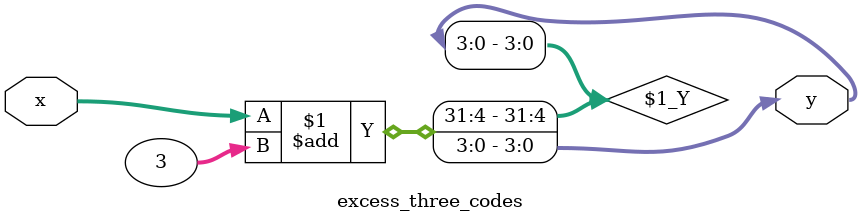
<source format=v>
module excess_three_codes(x,y);
input [3:0]x;
output [3:0]y;
assign y = x + 3;
endmodule

</source>
